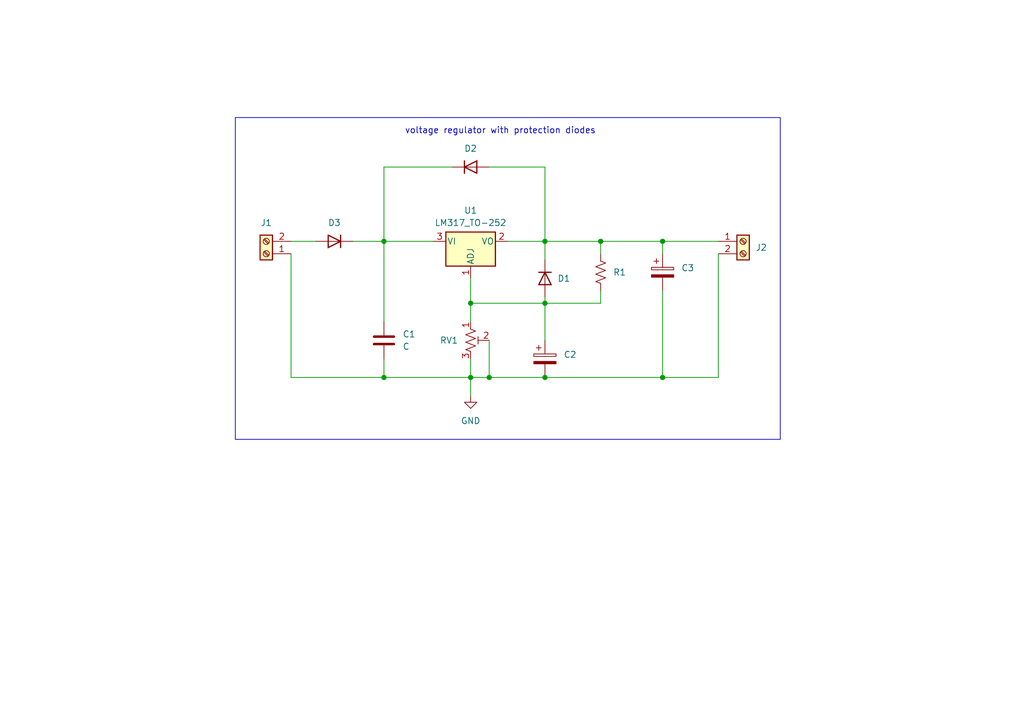
<source format=kicad_sch>
(kicad_sch
	(version 20250114)
	(generator "eeschema")
	(generator_version "9.0")
	(uuid "b1fedf31-7501-4ebb-9029-bc41d3240d5a")
	(paper "A5")
	(title_block
		(title "LM317 Regulator ")
		(date "2026-01-04")
		(rev "V1")
		(company "Santiago Baeza")
	)
	(lib_symbols
		(symbol "Connector:Screw_Terminal_01x02"
			(pin_names
				(offset 1.016)
				(hide yes)
			)
			(exclude_from_sim no)
			(in_bom yes)
			(on_board yes)
			(property "Reference" "J"
				(at 0 2.54 0)
				(effects
					(font
						(size 1.27 1.27)
					)
				)
			)
			(property "Value" "Screw_Terminal_01x02"
				(at 0 -5.08 0)
				(effects
					(font
						(size 1.27 1.27)
					)
				)
			)
			(property "Footprint" ""
				(at 0 0 0)
				(effects
					(font
						(size 1.27 1.27)
					)
					(hide yes)
				)
			)
			(property "Datasheet" "~"
				(at 0 0 0)
				(effects
					(font
						(size 1.27 1.27)
					)
					(hide yes)
				)
			)
			(property "Description" "Generic screw terminal, single row, 01x02, script generated (kicad-library-utils/schlib/autogen/connector/)"
				(at 0 0 0)
				(effects
					(font
						(size 1.27 1.27)
					)
					(hide yes)
				)
			)
			(property "ki_keywords" "screw terminal"
				(at 0 0 0)
				(effects
					(font
						(size 1.27 1.27)
					)
					(hide yes)
				)
			)
			(property "ki_fp_filters" "TerminalBlock*:*"
				(at 0 0 0)
				(effects
					(font
						(size 1.27 1.27)
					)
					(hide yes)
				)
			)
			(symbol "Screw_Terminal_01x02_1_1"
				(rectangle
					(start -1.27 1.27)
					(end 1.27 -3.81)
					(stroke
						(width 0.254)
						(type default)
					)
					(fill
						(type background)
					)
				)
				(polyline
					(pts
						(xy -0.5334 0.3302) (xy 0.3302 -0.508)
					)
					(stroke
						(width 0.1524)
						(type default)
					)
					(fill
						(type none)
					)
				)
				(polyline
					(pts
						(xy -0.5334 -2.2098) (xy 0.3302 -3.048)
					)
					(stroke
						(width 0.1524)
						(type default)
					)
					(fill
						(type none)
					)
				)
				(polyline
					(pts
						(xy -0.3556 0.508) (xy 0.508 -0.3302)
					)
					(stroke
						(width 0.1524)
						(type default)
					)
					(fill
						(type none)
					)
				)
				(polyline
					(pts
						(xy -0.3556 -2.032) (xy 0.508 -2.8702)
					)
					(stroke
						(width 0.1524)
						(type default)
					)
					(fill
						(type none)
					)
				)
				(circle
					(center 0 0)
					(radius 0.635)
					(stroke
						(width 0.1524)
						(type default)
					)
					(fill
						(type none)
					)
				)
				(circle
					(center 0 -2.54)
					(radius 0.635)
					(stroke
						(width 0.1524)
						(type default)
					)
					(fill
						(type none)
					)
				)
				(pin passive line
					(at -5.08 0 0)
					(length 3.81)
					(name "Pin_1"
						(effects
							(font
								(size 1.27 1.27)
							)
						)
					)
					(number "1"
						(effects
							(font
								(size 1.27 1.27)
							)
						)
					)
				)
				(pin passive line
					(at -5.08 -2.54 0)
					(length 3.81)
					(name "Pin_2"
						(effects
							(font
								(size 1.27 1.27)
							)
						)
					)
					(number "2"
						(effects
							(font
								(size 1.27 1.27)
							)
						)
					)
				)
			)
			(embedded_fonts no)
		)
		(symbol "Device:C"
			(pin_numbers
				(hide yes)
			)
			(pin_names
				(offset 0.254)
			)
			(exclude_from_sim no)
			(in_bom yes)
			(on_board yes)
			(property "Reference" "C"
				(at 0.635 2.54 0)
				(effects
					(font
						(size 1.27 1.27)
					)
					(justify left)
				)
			)
			(property "Value" "C"
				(at 0.635 -2.54 0)
				(effects
					(font
						(size 1.27 1.27)
					)
					(justify left)
				)
			)
			(property "Footprint" ""
				(at 0.9652 -3.81 0)
				(effects
					(font
						(size 1.27 1.27)
					)
					(hide yes)
				)
			)
			(property "Datasheet" "~"
				(at 0 0 0)
				(effects
					(font
						(size 1.27 1.27)
					)
					(hide yes)
				)
			)
			(property "Description" "Unpolarized capacitor"
				(at 0 0 0)
				(effects
					(font
						(size 1.27 1.27)
					)
					(hide yes)
				)
			)
			(property "ki_keywords" "cap capacitor"
				(at 0 0 0)
				(effects
					(font
						(size 1.27 1.27)
					)
					(hide yes)
				)
			)
			(property "ki_fp_filters" "C_*"
				(at 0 0 0)
				(effects
					(font
						(size 1.27 1.27)
					)
					(hide yes)
				)
			)
			(symbol "C_0_1"
				(polyline
					(pts
						(xy -2.032 0.762) (xy 2.032 0.762)
					)
					(stroke
						(width 0.508)
						(type default)
					)
					(fill
						(type none)
					)
				)
				(polyline
					(pts
						(xy -2.032 -0.762) (xy 2.032 -0.762)
					)
					(stroke
						(width 0.508)
						(type default)
					)
					(fill
						(type none)
					)
				)
			)
			(symbol "C_1_1"
				(pin passive line
					(at 0 3.81 270)
					(length 2.794)
					(name "~"
						(effects
							(font
								(size 1.27 1.27)
							)
						)
					)
					(number "1"
						(effects
							(font
								(size 1.27 1.27)
							)
						)
					)
				)
				(pin passive line
					(at 0 -3.81 90)
					(length 2.794)
					(name "~"
						(effects
							(font
								(size 1.27 1.27)
							)
						)
					)
					(number "2"
						(effects
							(font
								(size 1.27 1.27)
							)
						)
					)
				)
			)
			(embedded_fonts no)
		)
		(symbol "Device:C_Polarized"
			(pin_numbers
				(hide yes)
			)
			(pin_names
				(offset 0.254)
			)
			(exclude_from_sim no)
			(in_bom yes)
			(on_board yes)
			(property "Reference" "C"
				(at 0.635 2.54 0)
				(effects
					(font
						(size 1.27 1.27)
					)
					(justify left)
				)
			)
			(property "Value" "C_Polarized"
				(at 0.635 -2.54 0)
				(effects
					(font
						(size 1.27 1.27)
					)
					(justify left)
				)
			)
			(property "Footprint" ""
				(at 0.9652 -3.81 0)
				(effects
					(font
						(size 1.27 1.27)
					)
					(hide yes)
				)
			)
			(property "Datasheet" "~"
				(at 0 0 0)
				(effects
					(font
						(size 1.27 1.27)
					)
					(hide yes)
				)
			)
			(property "Description" "Polarized capacitor"
				(at 0 0 0)
				(effects
					(font
						(size 1.27 1.27)
					)
					(hide yes)
				)
			)
			(property "ki_keywords" "cap capacitor"
				(at 0 0 0)
				(effects
					(font
						(size 1.27 1.27)
					)
					(hide yes)
				)
			)
			(property "ki_fp_filters" "CP_*"
				(at 0 0 0)
				(effects
					(font
						(size 1.27 1.27)
					)
					(hide yes)
				)
			)
			(symbol "C_Polarized_0_1"
				(rectangle
					(start -2.286 0.508)
					(end 2.286 1.016)
					(stroke
						(width 0)
						(type default)
					)
					(fill
						(type none)
					)
				)
				(polyline
					(pts
						(xy -1.778 2.286) (xy -0.762 2.286)
					)
					(stroke
						(width 0)
						(type default)
					)
					(fill
						(type none)
					)
				)
				(polyline
					(pts
						(xy -1.27 2.794) (xy -1.27 1.778)
					)
					(stroke
						(width 0)
						(type default)
					)
					(fill
						(type none)
					)
				)
				(rectangle
					(start 2.286 -0.508)
					(end -2.286 -1.016)
					(stroke
						(width 0)
						(type default)
					)
					(fill
						(type outline)
					)
				)
			)
			(symbol "C_Polarized_1_1"
				(pin passive line
					(at 0 3.81 270)
					(length 2.794)
					(name "~"
						(effects
							(font
								(size 1.27 1.27)
							)
						)
					)
					(number "1"
						(effects
							(font
								(size 1.27 1.27)
							)
						)
					)
				)
				(pin passive line
					(at 0 -3.81 90)
					(length 2.794)
					(name "~"
						(effects
							(font
								(size 1.27 1.27)
							)
						)
					)
					(number "2"
						(effects
							(font
								(size 1.27 1.27)
							)
						)
					)
				)
			)
			(embedded_fonts no)
		)
		(symbol "Device:D"
			(pin_numbers
				(hide yes)
			)
			(pin_names
				(offset 1.016)
				(hide yes)
			)
			(exclude_from_sim no)
			(in_bom yes)
			(on_board yes)
			(property "Reference" "D"
				(at 0 2.54 0)
				(effects
					(font
						(size 1.27 1.27)
					)
				)
			)
			(property "Value" "D"
				(at 0 -2.54 0)
				(effects
					(font
						(size 1.27 1.27)
					)
				)
			)
			(property "Footprint" ""
				(at 0 0 0)
				(effects
					(font
						(size 1.27 1.27)
					)
					(hide yes)
				)
			)
			(property "Datasheet" "~"
				(at 0 0 0)
				(effects
					(font
						(size 1.27 1.27)
					)
					(hide yes)
				)
			)
			(property "Description" "Diode"
				(at 0 0 0)
				(effects
					(font
						(size 1.27 1.27)
					)
					(hide yes)
				)
			)
			(property "Sim.Device" "D"
				(at 0 0 0)
				(effects
					(font
						(size 1.27 1.27)
					)
					(hide yes)
				)
			)
			(property "Sim.Pins" "1=K 2=A"
				(at 0 0 0)
				(effects
					(font
						(size 1.27 1.27)
					)
					(hide yes)
				)
			)
			(property "ki_keywords" "diode"
				(at 0 0 0)
				(effects
					(font
						(size 1.27 1.27)
					)
					(hide yes)
				)
			)
			(property "ki_fp_filters" "TO-???* *_Diode_* *SingleDiode* D_*"
				(at 0 0 0)
				(effects
					(font
						(size 1.27 1.27)
					)
					(hide yes)
				)
			)
			(symbol "D_0_1"
				(polyline
					(pts
						(xy -1.27 1.27) (xy -1.27 -1.27)
					)
					(stroke
						(width 0.254)
						(type default)
					)
					(fill
						(type none)
					)
				)
				(polyline
					(pts
						(xy 1.27 1.27) (xy 1.27 -1.27) (xy -1.27 0) (xy 1.27 1.27)
					)
					(stroke
						(width 0.254)
						(type default)
					)
					(fill
						(type none)
					)
				)
				(polyline
					(pts
						(xy 1.27 0) (xy -1.27 0)
					)
					(stroke
						(width 0)
						(type default)
					)
					(fill
						(type none)
					)
				)
			)
			(symbol "D_1_1"
				(pin passive line
					(at -3.81 0 0)
					(length 2.54)
					(name "K"
						(effects
							(font
								(size 1.27 1.27)
							)
						)
					)
					(number "1"
						(effects
							(font
								(size 1.27 1.27)
							)
						)
					)
				)
				(pin passive line
					(at 3.81 0 180)
					(length 2.54)
					(name "A"
						(effects
							(font
								(size 1.27 1.27)
							)
						)
					)
					(number "2"
						(effects
							(font
								(size 1.27 1.27)
							)
						)
					)
				)
			)
			(embedded_fonts no)
		)
		(symbol "Device:R_Potentiometer_Trim_US"
			(pin_names
				(offset 1.016)
				(hide yes)
			)
			(exclude_from_sim no)
			(in_bom yes)
			(on_board yes)
			(property "Reference" "RV"
				(at -4.445 0 90)
				(effects
					(font
						(size 1.27 1.27)
					)
				)
			)
			(property "Value" "R_Potentiometer_Trim_US"
				(at -2.54 0 90)
				(effects
					(font
						(size 1.27 1.27)
					)
				)
			)
			(property "Footprint" ""
				(at 0 0 0)
				(effects
					(font
						(size 1.27 1.27)
					)
					(hide yes)
				)
			)
			(property "Datasheet" "~"
				(at 0 0 0)
				(effects
					(font
						(size 1.27 1.27)
					)
					(hide yes)
				)
			)
			(property "Description" "Trim-potentiometer, US symbol"
				(at 0 0 0)
				(effects
					(font
						(size 1.27 1.27)
					)
					(hide yes)
				)
			)
			(property "ki_keywords" "resistor variable trimpot trimmer"
				(at 0 0 0)
				(effects
					(font
						(size 1.27 1.27)
					)
					(hide yes)
				)
			)
			(property "ki_fp_filters" "Potentiometer*"
				(at 0 0 0)
				(effects
					(font
						(size 1.27 1.27)
					)
					(hide yes)
				)
			)
			(symbol "R_Potentiometer_Trim_US_0_1"
				(polyline
					(pts
						(xy 0 2.286) (xy 0 2.54)
					)
					(stroke
						(width 0)
						(type default)
					)
					(fill
						(type none)
					)
				)
				(polyline
					(pts
						(xy 0 2.286) (xy 1.016 1.905) (xy 0 1.524) (xy -1.016 1.143) (xy 0 0.762)
					)
					(stroke
						(width 0)
						(type default)
					)
					(fill
						(type none)
					)
				)
				(polyline
					(pts
						(xy 0 0.762) (xy 1.016 0.381) (xy 0 0) (xy -1.016 -0.381) (xy 0 -0.762)
					)
					(stroke
						(width 0)
						(type default)
					)
					(fill
						(type none)
					)
				)
				(polyline
					(pts
						(xy 0 -0.762) (xy 1.016 -1.143) (xy 0 -1.524) (xy -1.016 -1.905) (xy 0 -2.286)
					)
					(stroke
						(width 0)
						(type default)
					)
					(fill
						(type none)
					)
				)
				(polyline
					(pts
						(xy 0 -2.286) (xy 0 -2.54)
					)
					(stroke
						(width 0)
						(type default)
					)
					(fill
						(type none)
					)
				)
				(polyline
					(pts
						(xy 1.524 0.762) (xy 1.524 -0.762)
					)
					(stroke
						(width 0)
						(type default)
					)
					(fill
						(type none)
					)
				)
				(polyline
					(pts
						(xy 2.54 0) (xy 1.524 0)
					)
					(stroke
						(width 0)
						(type default)
					)
					(fill
						(type none)
					)
				)
			)
			(symbol "R_Potentiometer_Trim_US_1_1"
				(pin passive line
					(at 0 3.81 270)
					(length 1.27)
					(name "1"
						(effects
							(font
								(size 1.27 1.27)
							)
						)
					)
					(number "1"
						(effects
							(font
								(size 1.27 1.27)
							)
						)
					)
				)
				(pin passive line
					(at 0 -3.81 90)
					(length 1.27)
					(name "3"
						(effects
							(font
								(size 1.27 1.27)
							)
						)
					)
					(number "3"
						(effects
							(font
								(size 1.27 1.27)
							)
						)
					)
				)
				(pin passive line
					(at 3.81 0 180)
					(length 1.27)
					(name "2"
						(effects
							(font
								(size 1.27 1.27)
							)
						)
					)
					(number "2"
						(effects
							(font
								(size 1.27 1.27)
							)
						)
					)
				)
			)
			(embedded_fonts no)
		)
		(symbol "Device:R_US"
			(pin_numbers
				(hide yes)
			)
			(pin_names
				(offset 0)
			)
			(exclude_from_sim no)
			(in_bom yes)
			(on_board yes)
			(property "Reference" "R"
				(at 2.54 0 90)
				(effects
					(font
						(size 1.27 1.27)
					)
				)
			)
			(property "Value" "R_US"
				(at -2.54 0 90)
				(effects
					(font
						(size 1.27 1.27)
					)
				)
			)
			(property "Footprint" ""
				(at 1.016 -0.254 90)
				(effects
					(font
						(size 1.27 1.27)
					)
					(hide yes)
				)
			)
			(property "Datasheet" "~"
				(at 0 0 0)
				(effects
					(font
						(size 1.27 1.27)
					)
					(hide yes)
				)
			)
			(property "Description" "Resistor, US symbol"
				(at 0 0 0)
				(effects
					(font
						(size 1.27 1.27)
					)
					(hide yes)
				)
			)
			(property "ki_keywords" "R res resistor"
				(at 0 0 0)
				(effects
					(font
						(size 1.27 1.27)
					)
					(hide yes)
				)
			)
			(property "ki_fp_filters" "R_*"
				(at 0 0 0)
				(effects
					(font
						(size 1.27 1.27)
					)
					(hide yes)
				)
			)
			(symbol "R_US_0_1"
				(polyline
					(pts
						(xy 0 2.286) (xy 0 2.54)
					)
					(stroke
						(width 0)
						(type default)
					)
					(fill
						(type none)
					)
				)
				(polyline
					(pts
						(xy 0 2.286) (xy 1.016 1.905) (xy 0 1.524) (xy -1.016 1.143) (xy 0 0.762)
					)
					(stroke
						(width 0)
						(type default)
					)
					(fill
						(type none)
					)
				)
				(polyline
					(pts
						(xy 0 0.762) (xy 1.016 0.381) (xy 0 0) (xy -1.016 -0.381) (xy 0 -0.762)
					)
					(stroke
						(width 0)
						(type default)
					)
					(fill
						(type none)
					)
				)
				(polyline
					(pts
						(xy 0 -0.762) (xy 1.016 -1.143) (xy 0 -1.524) (xy -1.016 -1.905) (xy 0 -2.286)
					)
					(stroke
						(width 0)
						(type default)
					)
					(fill
						(type none)
					)
				)
				(polyline
					(pts
						(xy 0 -2.286) (xy 0 -2.54)
					)
					(stroke
						(width 0)
						(type default)
					)
					(fill
						(type none)
					)
				)
			)
			(symbol "R_US_1_1"
				(pin passive line
					(at 0 3.81 270)
					(length 1.27)
					(name "~"
						(effects
							(font
								(size 1.27 1.27)
							)
						)
					)
					(number "1"
						(effects
							(font
								(size 1.27 1.27)
							)
						)
					)
				)
				(pin passive line
					(at 0 -3.81 90)
					(length 1.27)
					(name "~"
						(effects
							(font
								(size 1.27 1.27)
							)
						)
					)
					(number "2"
						(effects
							(font
								(size 1.27 1.27)
							)
						)
					)
				)
			)
			(embedded_fonts no)
		)
		(symbol "Regulator_Linear:LM317_TO-252"
			(pin_names
				(offset 0.254)
			)
			(exclude_from_sim no)
			(in_bom yes)
			(on_board yes)
			(property "Reference" "U"
				(at -3.81 3.175 0)
				(effects
					(font
						(size 1.27 1.27)
					)
				)
			)
			(property "Value" "LM317_TO-252"
				(at 0 3.175 0)
				(effects
					(font
						(size 1.27 1.27)
					)
					(justify left)
				)
			)
			(property "Footprint" "Package_TO_SOT_SMD:TO-252-2"
				(at 0 6.35 0)
				(effects
					(font
						(size 1.27 1.27)
						(italic yes)
					)
					(hide yes)
				)
			)
			(property "Datasheet" "http://www.ti.com/lit/ds/snvs774n/snvs774n.pdf"
				(at 0 0 0)
				(effects
					(font
						(size 1.27 1.27)
					)
					(hide yes)
				)
			)
			(property "Description" "1.5A 35V Adjustable Linear Regulator, TO-252"
				(at 0 0 0)
				(effects
					(font
						(size 1.27 1.27)
					)
					(hide yes)
				)
			)
			(property "ki_keywords" "Adjustable Voltage Regulator 1A Positive"
				(at 0 0 0)
				(effects
					(font
						(size 1.27 1.27)
					)
					(hide yes)
				)
			)
			(property "ki_fp_filters" "TO?252*"
				(at 0 0 0)
				(effects
					(font
						(size 1.27 1.27)
					)
					(hide yes)
				)
			)
			(symbol "LM317_TO-252_0_1"
				(rectangle
					(start -5.08 1.905)
					(end 5.08 -5.08)
					(stroke
						(width 0.254)
						(type default)
					)
					(fill
						(type background)
					)
				)
			)
			(symbol "LM317_TO-252_1_1"
				(pin power_in line
					(at -7.62 0 0)
					(length 2.54)
					(name "VI"
						(effects
							(font
								(size 1.27 1.27)
							)
						)
					)
					(number "3"
						(effects
							(font
								(size 1.27 1.27)
							)
						)
					)
				)
				(pin input line
					(at 0 -7.62 90)
					(length 2.54)
					(name "ADJ"
						(effects
							(font
								(size 1.27 1.27)
							)
						)
					)
					(number "1"
						(effects
							(font
								(size 1.27 1.27)
							)
						)
					)
				)
				(pin power_out line
					(at 7.62 0 180)
					(length 2.54)
					(name "VO"
						(effects
							(font
								(size 1.27 1.27)
							)
						)
					)
					(number "2"
						(effects
							(font
								(size 1.27 1.27)
							)
						)
					)
				)
			)
			(embedded_fonts no)
		)
		(symbol "power:GND"
			(power)
			(pin_numbers
				(hide yes)
			)
			(pin_names
				(offset 0)
				(hide yes)
			)
			(exclude_from_sim no)
			(in_bom yes)
			(on_board yes)
			(property "Reference" "#PWR"
				(at 0 -6.35 0)
				(effects
					(font
						(size 1.27 1.27)
					)
					(hide yes)
				)
			)
			(property "Value" "GND"
				(at 0 -3.81 0)
				(effects
					(font
						(size 1.27 1.27)
					)
				)
			)
			(property "Footprint" ""
				(at 0 0 0)
				(effects
					(font
						(size 1.27 1.27)
					)
					(hide yes)
				)
			)
			(property "Datasheet" ""
				(at 0 0 0)
				(effects
					(font
						(size 1.27 1.27)
					)
					(hide yes)
				)
			)
			(property "Description" "Power symbol creates a global label with name \"GND\" , ground"
				(at 0 0 0)
				(effects
					(font
						(size 1.27 1.27)
					)
					(hide yes)
				)
			)
			(property "ki_keywords" "global power"
				(at 0 0 0)
				(effects
					(font
						(size 1.27 1.27)
					)
					(hide yes)
				)
			)
			(symbol "GND_0_1"
				(polyline
					(pts
						(xy 0 0) (xy 0 -1.27) (xy 1.27 -1.27) (xy 0 -2.54) (xy -1.27 -1.27) (xy 0 -1.27)
					)
					(stroke
						(width 0)
						(type default)
					)
					(fill
						(type none)
					)
				)
			)
			(symbol "GND_1_1"
				(pin power_in line
					(at 0 0 270)
					(length 0)
					(name "~"
						(effects
							(font
								(size 1.27 1.27)
							)
						)
					)
					(number "1"
						(effects
							(font
								(size 1.27 1.27)
							)
						)
					)
				)
			)
			(embedded_fonts no)
		)
	)
	(rectangle
		(start 48.26 24.13)
		(end 160.02 90.17)
		(stroke
			(width 0)
			(type default)
		)
		(fill
			(type none)
		)
		(uuid e0de21da-1b60-4976-8d94-c330848af62b)
	)
	(text "voltage regulator with protection diodes"
		(exclude_from_sim no)
		(at 102.616 26.924 0)
		(effects
			(font
				(size 1.27 1.27)
			)
		)
		(uuid "58d4cdc1-01d8-4580-81f3-8226f1d69a21")
	)
	(junction
		(at 96.52 77.47)
		(diameter 0)
		(color 0 0 0 0)
		(uuid "2c596fc0-27b0-48ae-858e-d31513a0b1d4")
	)
	(junction
		(at 123.19 49.53)
		(diameter 0)
		(color 0 0 0 0)
		(uuid "3ecfd0e2-664c-45c9-91e0-bc6a75852653")
	)
	(junction
		(at 78.74 49.53)
		(diameter 0)
		(color 0 0 0 0)
		(uuid "70731726-d8be-424d-a3f4-8d12c1ff35ca")
	)
	(junction
		(at 111.76 49.53)
		(diameter 0)
		(color 0 0 0 0)
		(uuid "7397d2bf-3ebc-4af4-8a63-6cf6028792dc")
	)
	(junction
		(at 111.76 77.47)
		(diameter 0)
		(color 0 0 0 0)
		(uuid "765d6ad0-b3d2-497a-a43f-5f62182b04aa")
	)
	(junction
		(at 135.89 49.53)
		(diameter 0)
		(color 0 0 0 0)
		(uuid "82fd9ed7-611e-49e0-bab7-3c1e99b15d08")
	)
	(junction
		(at 96.52 62.23)
		(diameter 0)
		(color 0 0 0 0)
		(uuid "8cebc314-2e36-4a34-9887-b6f7f5a892d9")
	)
	(junction
		(at 135.89 77.47)
		(diameter 0)
		(color 0 0 0 0)
		(uuid "901fb888-3ada-4b94-b538-4fb4ddb7ea91")
	)
	(junction
		(at 100.33 77.47)
		(diameter 0)
		(color 0 0 0 0)
		(uuid "9acd4cba-d897-42c7-af3c-d5dbd571066c")
	)
	(junction
		(at 111.76 62.23)
		(diameter 0)
		(color 0 0 0 0)
		(uuid "afe1db93-f8b7-47d6-b138-e691d140be41")
	)
	(junction
		(at 78.74 77.47)
		(diameter 0)
		(color 0 0 0 0)
		(uuid "d806c894-69ad-470d-933c-038175063ff9")
	)
	(wire
		(pts
			(xy 111.76 62.23) (xy 111.76 69.85)
		)
		(stroke
			(width 0)
			(type default)
		)
		(uuid "15b1d802-7cfd-4d63-be4f-0b34875f1fcf")
	)
	(wire
		(pts
			(xy 96.52 73.66) (xy 96.52 77.47)
		)
		(stroke
			(width 0)
			(type default)
		)
		(uuid "1bb0eecb-065a-4a6d-9f16-c8477d3e8d0c")
	)
	(wire
		(pts
			(xy 135.89 49.53) (xy 147.32 49.53)
		)
		(stroke
			(width 0)
			(type default)
		)
		(uuid "255a9cd8-f345-4078-bf55-4dc56aee53af")
	)
	(wire
		(pts
			(xy 100.33 69.85) (xy 100.33 77.47)
		)
		(stroke
			(width 0)
			(type default)
		)
		(uuid "2b807286-9cc2-4795-a9dd-3268a6043b49")
	)
	(wire
		(pts
			(xy 111.76 62.23) (xy 96.52 62.23)
		)
		(stroke
			(width 0)
			(type default)
		)
		(uuid "2daf848d-078c-4a08-9c76-8d76cf08f351")
	)
	(wire
		(pts
			(xy 123.19 49.53) (xy 111.76 49.53)
		)
		(stroke
			(width 0)
			(type default)
		)
		(uuid "32c27703-5e5e-4c1a-b285-f85a426e8351")
	)
	(wire
		(pts
			(xy 123.19 59.69) (xy 123.19 62.23)
		)
		(stroke
			(width 0)
			(type default)
		)
		(uuid "3b976f6f-1ff6-46e7-844e-bad9a3273f9b")
	)
	(wire
		(pts
			(xy 135.89 59.69) (xy 135.89 77.47)
		)
		(stroke
			(width 0)
			(type default)
		)
		(uuid "3c3059b7-60b0-4117-a222-0d84864ae87e")
	)
	(wire
		(pts
			(xy 59.69 52.07) (xy 59.69 77.47)
		)
		(stroke
			(width 0)
			(type default)
		)
		(uuid "4369446c-2fc4-4546-ad70-fd7bed45dac2")
	)
	(wire
		(pts
			(xy 111.76 49.53) (xy 111.76 34.29)
		)
		(stroke
			(width 0)
			(type default)
		)
		(uuid "49785f48-b6e6-4fdd-9f9a-db9846d0b815")
	)
	(wire
		(pts
			(xy 96.52 57.15) (xy 96.52 62.23)
		)
		(stroke
			(width 0)
			(type default)
		)
		(uuid "4c040bd8-b271-4400-9989-7726a738ca2a")
	)
	(wire
		(pts
			(xy 100.33 77.47) (xy 96.52 77.47)
		)
		(stroke
			(width 0)
			(type default)
		)
		(uuid "4df2538b-ab0c-4ae4-ae3d-7326a8f33f2b")
	)
	(wire
		(pts
			(xy 100.33 77.47) (xy 111.76 77.47)
		)
		(stroke
			(width 0)
			(type default)
		)
		(uuid "50ab402d-8ec4-4fcb-a734-bc26f363a21d")
	)
	(wire
		(pts
			(xy 78.74 49.53) (xy 88.9 49.53)
		)
		(stroke
			(width 0)
			(type default)
		)
		(uuid "5fc36c79-a820-4ccc-ae9d-b3ac8b069aa4")
	)
	(wire
		(pts
			(xy 78.74 77.47) (xy 96.52 77.47)
		)
		(stroke
			(width 0)
			(type default)
		)
		(uuid "5fc4b73c-179b-43d3-977c-47f2a0cc7495")
	)
	(wire
		(pts
			(xy 104.14 49.53) (xy 111.76 49.53)
		)
		(stroke
			(width 0)
			(type default)
		)
		(uuid "67ddce6c-11c5-4eeb-a95b-0a3e02163a71")
	)
	(wire
		(pts
			(xy 123.19 52.07) (xy 123.19 49.53)
		)
		(stroke
			(width 0)
			(type default)
		)
		(uuid "6f18cefe-03ef-4ad9-a8f3-ac0f229752ba")
	)
	(wire
		(pts
			(xy 147.32 77.47) (xy 135.89 77.47)
		)
		(stroke
			(width 0)
			(type default)
		)
		(uuid "782f2d32-c51f-4f15-8dd3-2476490de849")
	)
	(wire
		(pts
			(xy 123.19 62.23) (xy 111.76 62.23)
		)
		(stroke
			(width 0)
			(type default)
		)
		(uuid "7acae50a-111b-4a92-b6a0-6741ebef09ac")
	)
	(wire
		(pts
			(xy 59.69 77.47) (xy 78.74 77.47)
		)
		(stroke
			(width 0)
			(type default)
		)
		(uuid "868c9e92-4e79-4285-a6dd-e369d5532119")
	)
	(wire
		(pts
			(xy 92.71 34.29) (xy 78.74 34.29)
		)
		(stroke
			(width 0)
			(type default)
		)
		(uuid "9835769f-58d5-469b-84ad-d4ef2b156cbf")
	)
	(wire
		(pts
			(xy 147.32 52.07) (xy 147.32 77.47)
		)
		(stroke
			(width 0)
			(type default)
		)
		(uuid "a3164c6b-e50e-4ec6-aa14-2043adba8cc9")
	)
	(wire
		(pts
			(xy 135.89 52.07) (xy 135.89 49.53)
		)
		(stroke
			(width 0)
			(type default)
		)
		(uuid "a6a2eb72-1630-4864-90b9-b2f6d6a80089")
	)
	(wire
		(pts
			(xy 72.39 49.53) (xy 78.74 49.53)
		)
		(stroke
			(width 0)
			(type default)
		)
		(uuid "aa12c57f-42af-494e-94a2-27a6cfceebc4")
	)
	(wire
		(pts
			(xy 78.74 49.53) (xy 78.74 66.04)
		)
		(stroke
			(width 0)
			(type default)
		)
		(uuid "b2cbef3d-13af-422d-815d-d1107c391516")
	)
	(wire
		(pts
			(xy 59.69 49.53) (xy 64.77 49.53)
		)
		(stroke
			(width 0)
			(type default)
		)
		(uuid "bb78c6e1-9123-4cb5-9191-36e4fc87c24c")
	)
	(wire
		(pts
			(xy 135.89 77.47) (xy 111.76 77.47)
		)
		(stroke
			(width 0)
			(type default)
		)
		(uuid "bcc54481-7d28-4934-9ef7-09048dc584d3")
	)
	(wire
		(pts
			(xy 111.76 34.29) (xy 100.33 34.29)
		)
		(stroke
			(width 0)
			(type default)
		)
		(uuid "be53a4da-0c41-4afa-8d6c-5c6522f1d37e")
	)
	(wire
		(pts
			(xy 78.74 73.66) (xy 78.74 77.47)
		)
		(stroke
			(width 0)
			(type default)
		)
		(uuid "c35ebc78-de49-40c1-b46a-e7fce4c59790")
	)
	(wire
		(pts
			(xy 111.76 60.96) (xy 111.76 62.23)
		)
		(stroke
			(width 0)
			(type default)
		)
		(uuid "cbe2ccb2-3bf8-4843-bcdf-3adfd0b7a2d3")
	)
	(wire
		(pts
			(xy 111.76 49.53) (xy 111.76 53.34)
		)
		(stroke
			(width 0)
			(type default)
		)
		(uuid "cf387da3-d542-4f60-8ac5-e074f452d920")
	)
	(wire
		(pts
			(xy 96.52 62.23) (xy 96.52 66.04)
		)
		(stroke
			(width 0)
			(type default)
		)
		(uuid "d0b6fc0a-161c-484b-85f5-7163ac91fb7d")
	)
	(wire
		(pts
			(xy 78.74 34.29) (xy 78.74 49.53)
		)
		(stroke
			(width 0)
			(type default)
		)
		(uuid "e5c2b1ff-9ba8-49ff-9b35-70fa15dfbf04")
	)
	(wire
		(pts
			(xy 135.89 49.53) (xy 123.19 49.53)
		)
		(stroke
			(width 0)
			(type default)
		)
		(uuid "fc7b93fb-c457-4a86-90c6-2250e44459ac")
	)
	(wire
		(pts
			(xy 96.52 77.47) (xy 96.52 81.28)
		)
		(stroke
			(width 0)
			(type default)
		)
		(uuid "fcd93337-50d3-4553-a527-aae7e60cc195")
	)
	(symbol
		(lib_id "Device:D")
		(at 111.76 57.15 270)
		(unit 1)
		(exclude_from_sim no)
		(in_bom yes)
		(on_board yes)
		(dnp no)
		(fields_autoplaced yes)
		(uuid "2a0cbe5a-2817-4c2c-a4cd-6a632ce9e87f")
		(property "Reference" "D1"
			(at 114.3 57.1499 90)
			(effects
				(font
					(size 1.27 1.27)
				)
				(justify left)
			)
		)
		(property "Value" "D"
			(at 114.3 58.4199 90)
			(effects
				(font
					(size 1.27 1.27)
				)
				(justify left)
				(hide yes)
			)
		)
		(property "Footprint" ""
			(at 111.76 57.15 0)
			(effects
				(font
					(size 1.27 1.27)
				)
				(hide yes)
			)
		)
		(property "Datasheet" "~"
			(at 111.76 57.15 0)
			(effects
				(font
					(size 1.27 1.27)
				)
				(hide yes)
			)
		)
		(property "Description" "Diode"
			(at 111.76 57.15 0)
			(effects
				(font
					(size 1.27 1.27)
				)
				(hide yes)
			)
		)
		(property "Sim.Device" "D"
			(at 111.76 57.15 0)
			(effects
				(font
					(size 1.27 1.27)
				)
				(hide yes)
			)
		)
		(property "Sim.Pins" "1=K 2=A"
			(at 111.76 57.15 0)
			(effects
				(font
					(size 1.27 1.27)
				)
				(hide yes)
			)
		)
		(pin "1"
			(uuid "87bf2057-f843-43cd-b9e2-863402d4ea54")
		)
		(pin "2"
			(uuid "16271c69-bc12-426d-a5cd-587bd0c6d6e0")
		)
		(instances
			(project ""
				(path "/b1fedf31-7501-4ebb-9029-bc41d3240d5a"
					(reference "D1")
					(unit 1)
				)
			)
		)
	)
	(symbol
		(lib_id "Device:D")
		(at 68.58 49.53 180)
		(unit 1)
		(exclude_from_sim no)
		(in_bom yes)
		(on_board yes)
		(dnp no)
		(fields_autoplaced yes)
		(uuid "30300c73-386e-4482-b3ac-81f5151dbce1")
		(property "Reference" "D3"
			(at 68.58 45.72 0)
			(effects
				(font
					(size 1.27 1.27)
				)
			)
		)
		(property "Value" "D"
			(at 68.58 45.72 0)
			(effects
				(font
					(size 1.27 1.27)
				)
				(hide yes)
			)
		)
		(property "Footprint" ""
			(at 68.58 49.53 0)
			(effects
				(font
					(size 1.27 1.27)
				)
				(hide yes)
			)
		)
		(property "Datasheet" "~"
			(at 68.58 49.53 0)
			(effects
				(font
					(size 1.27 1.27)
				)
				(hide yes)
			)
		)
		(property "Description" "Diode"
			(at 68.58 49.53 0)
			(effects
				(font
					(size 1.27 1.27)
				)
				(hide yes)
			)
		)
		(property "Sim.Device" "D"
			(at 68.58 49.53 0)
			(effects
				(font
					(size 1.27 1.27)
				)
				(hide yes)
			)
		)
		(property "Sim.Pins" "1=K 2=A"
			(at 68.58 49.53 0)
			(effects
				(font
					(size 1.27 1.27)
				)
				(hide yes)
			)
		)
		(pin "1"
			(uuid "da7259e6-3f87-4fdd-8772-19e4018c558a")
		)
		(pin "2"
			(uuid "70c1419a-0480-41c6-a55b-0b06bc2abfe1")
		)
		(instances
			(project "02"
				(path "/b1fedf31-7501-4ebb-9029-bc41d3240d5a"
					(reference "D3")
					(unit 1)
				)
			)
		)
	)
	(symbol
		(lib_id "Device:C_Polarized")
		(at 111.76 73.66 0)
		(unit 1)
		(exclude_from_sim no)
		(in_bom yes)
		(on_board yes)
		(dnp no)
		(fields_autoplaced yes)
		(uuid "37d93ab0-5354-4c1a-aeaf-208852294011")
		(property "Reference" "C2"
			(at 115.57 72.7709 0)
			(effects
				(font
					(size 1.27 1.27)
				)
				(justify left)
			)
		)
		(property "Value" "C_Polarized"
			(at 115.57 74.0409 0)
			(effects
				(font
					(size 1.27 1.27)
				)
				(justify left)
				(hide yes)
			)
		)
		(property "Footprint" ""
			(at 112.7252 77.47 0)
			(effects
				(font
					(size 1.27 1.27)
				)
				(hide yes)
			)
		)
		(property "Datasheet" "~"
			(at 111.76 73.66 0)
			(effects
				(font
					(size 1.27 1.27)
				)
				(hide yes)
			)
		)
		(property "Description" "Polarized capacitor"
			(at 111.76 73.66 0)
			(effects
				(font
					(size 1.27 1.27)
				)
				(hide yes)
			)
		)
		(pin "1"
			(uuid "d5442d1d-b4d9-48df-a3ab-2b4af0719ba1")
		)
		(pin "2"
			(uuid "d40a19e1-c03a-4021-9eaf-bab0ed55dab8")
		)
		(instances
			(project ""
				(path "/b1fedf31-7501-4ebb-9029-bc41d3240d5a"
					(reference "C2")
					(unit 1)
				)
			)
		)
	)
	(symbol
		(lib_id "Device:C")
		(at 78.74 69.85 0)
		(unit 1)
		(exclude_from_sim no)
		(in_bom yes)
		(on_board yes)
		(dnp no)
		(fields_autoplaced yes)
		(uuid "5e487f11-709b-4b47-827a-9d2d9e6213e1")
		(property "Reference" "C1"
			(at 82.55 68.5799 0)
			(effects
				(font
					(size 1.27 1.27)
				)
				(justify left)
			)
		)
		(property "Value" "C"
			(at 82.55 71.1199 0)
			(effects
				(font
					(size 1.27 1.27)
				)
				(justify left)
			)
		)
		(property "Footprint" ""
			(at 79.7052 73.66 0)
			(effects
				(font
					(size 1.27 1.27)
				)
				(hide yes)
			)
		)
		(property "Datasheet" "~"
			(at 78.74 69.85 0)
			(effects
				(font
					(size 1.27 1.27)
				)
				(hide yes)
			)
		)
		(property "Description" "Unpolarized capacitor"
			(at 78.74 69.85 0)
			(effects
				(font
					(size 1.27 1.27)
				)
				(hide yes)
			)
		)
		(pin "1"
			(uuid "cf552277-e0f2-458d-9a6a-d4291252e1e0")
		)
		(pin "2"
			(uuid "f09bc219-1973-43fa-98d4-7315db24f009")
		)
		(instances
			(project ""
				(path "/b1fedf31-7501-4ebb-9029-bc41d3240d5a"
					(reference "C1")
					(unit 1)
				)
			)
		)
	)
	(symbol
		(lib_id "power:GND")
		(at 96.52 81.28 0)
		(unit 1)
		(exclude_from_sim no)
		(in_bom yes)
		(on_board yes)
		(dnp no)
		(fields_autoplaced yes)
		(uuid "626b16a4-bd59-43dc-a717-b699420342d3")
		(property "Reference" "#PWR01"
			(at 96.52 87.63 0)
			(effects
				(font
					(size 1.27 1.27)
				)
				(hide yes)
			)
		)
		(property "Value" "GND"
			(at 96.52 86.36 0)
			(effects
				(font
					(size 1.27 1.27)
				)
			)
		)
		(property "Footprint" ""
			(at 96.52 81.28 0)
			(effects
				(font
					(size 1.27 1.27)
				)
				(hide yes)
			)
		)
		(property "Datasheet" ""
			(at 96.52 81.28 0)
			(effects
				(font
					(size 1.27 1.27)
				)
				(hide yes)
			)
		)
		(property "Description" "Power symbol creates a global label with name \"GND\" , ground"
			(at 96.52 81.28 0)
			(effects
				(font
					(size 1.27 1.27)
				)
				(hide yes)
			)
		)
		(pin "1"
			(uuid "0296682d-8f02-417d-a997-d44ac9bce06d")
		)
		(instances
			(project ""
				(path "/b1fedf31-7501-4ebb-9029-bc41d3240d5a"
					(reference "#PWR01")
					(unit 1)
				)
			)
		)
	)
	(symbol
		(lib_id "Connector:Screw_Terminal_01x02")
		(at 54.61 52.07 180)
		(unit 1)
		(exclude_from_sim no)
		(in_bom yes)
		(on_board yes)
		(dnp no)
		(fields_autoplaced yes)
		(uuid "69025c2b-78cc-418a-ba26-10f0a3c6c5f8")
		(property "Reference" "J1"
			(at 54.61 45.72 0)
			(effects
				(font
					(size 1.27 1.27)
				)
			)
		)
		(property "Value" "Screw_Terminal_01x02"
			(at 54.61 45.72 0)
			(effects
				(font
					(size 1.27 1.27)
				)
				(hide yes)
			)
		)
		(property "Footprint" ""
			(at 54.61 52.07 0)
			(effects
				(font
					(size 1.27 1.27)
				)
				(hide yes)
			)
		)
		(property "Datasheet" "~"
			(at 54.61 52.07 0)
			(effects
				(font
					(size 1.27 1.27)
				)
				(hide yes)
			)
		)
		(property "Description" "Generic screw terminal, single row, 01x02, script generated (kicad-library-utils/schlib/autogen/connector/)"
			(at 54.61 52.07 0)
			(effects
				(font
					(size 1.27 1.27)
				)
				(hide yes)
			)
		)
		(pin "1"
			(uuid "abf1f4e3-dd97-4c44-bfcd-bdd7f9f7d579")
		)
		(pin "2"
			(uuid "800abf36-f0c4-48c3-8be6-1012c4b6598a")
		)
		(instances
			(project ""
				(path "/b1fedf31-7501-4ebb-9029-bc41d3240d5a"
					(reference "J1")
					(unit 1)
				)
			)
		)
	)
	(symbol
		(lib_id "Regulator_Linear:LM317_TO-252")
		(at 96.52 49.53 0)
		(unit 1)
		(exclude_from_sim no)
		(in_bom yes)
		(on_board yes)
		(dnp no)
		(fields_autoplaced yes)
		(uuid "73ca642a-ab30-48e3-ad17-a3ecf8c856d8")
		(property "Reference" "U1"
			(at 96.52 43.18 0)
			(effects
				(font
					(size 1.27 1.27)
				)
			)
		)
		(property "Value" "LM317_TO-252"
			(at 96.52 45.72 0)
			(effects
				(font
					(size 1.27 1.27)
				)
			)
		)
		(property "Footprint" "Package_TO_SOT_SMD:TO-252-2"
			(at 96.52 43.18 0)
			(effects
				(font
					(size 1.27 1.27)
					(italic yes)
				)
				(hide yes)
			)
		)
		(property "Datasheet" "http://www.ti.com/lit/ds/snvs774n/snvs774n.pdf"
			(at 96.52 49.53 0)
			(effects
				(font
					(size 1.27 1.27)
				)
				(hide yes)
			)
		)
		(property "Description" "1.5A 35V Adjustable Linear Regulator, TO-252"
			(at 96.52 49.53 0)
			(effects
				(font
					(size 1.27 1.27)
				)
				(hide yes)
			)
		)
		(pin "3"
			(uuid "a55aebf1-53c7-4d7e-83fa-943f72ce9216")
		)
		(pin "1"
			(uuid "04de89c9-e907-4e56-b62a-d81ea0a1d679")
		)
		(pin "2"
			(uuid "46d57044-0fbc-48dd-b0c6-50164fcb1da9")
		)
		(instances
			(project ""
				(path "/b1fedf31-7501-4ebb-9029-bc41d3240d5a"
					(reference "U1")
					(unit 1)
				)
			)
		)
	)
	(symbol
		(lib_id "Device:R_Potentiometer_Trim_US")
		(at 96.52 69.85 0)
		(unit 1)
		(exclude_from_sim no)
		(in_bom yes)
		(on_board yes)
		(dnp no)
		(fields_autoplaced yes)
		(uuid "763c11a5-a37e-412e-8e06-94d33ee57045")
		(property "Reference" "RV1"
			(at 93.98 69.8499 0)
			(effects
				(font
					(size 1.27 1.27)
				)
				(justify right)
			)
		)
		(property "Value" "R_Potentiometer_Trim_US"
			(at 93.98 71.1199 0)
			(effects
				(font
					(size 1.27 1.27)
				)
				(justify right)
				(hide yes)
			)
		)
		(property "Footprint" ""
			(at 96.52 69.85 0)
			(effects
				(font
					(size 1.27 1.27)
				)
				(hide yes)
			)
		)
		(property "Datasheet" "~"
			(at 96.52 69.85 0)
			(effects
				(font
					(size 1.27 1.27)
				)
				(hide yes)
			)
		)
		(property "Description" "Trim-potentiometer, US symbol"
			(at 96.52 69.85 0)
			(effects
				(font
					(size 1.27 1.27)
				)
				(hide yes)
			)
		)
		(pin "3"
			(uuid "bbc0504b-4439-4346-8878-36f3c8ffd794")
		)
		(pin "1"
			(uuid "b1fb19c6-f094-4b42-9ce1-457324aca573")
		)
		(pin "2"
			(uuid "58fc7f6c-608d-408d-bc4e-05b6b2d93900")
		)
		(instances
			(project ""
				(path "/b1fedf31-7501-4ebb-9029-bc41d3240d5a"
					(reference "RV1")
					(unit 1)
				)
			)
		)
	)
	(symbol
		(lib_id "Device:D")
		(at 96.52 34.29 0)
		(unit 1)
		(exclude_from_sim no)
		(in_bom yes)
		(on_board yes)
		(dnp no)
		(fields_autoplaced yes)
		(uuid "7bc3cea1-1b5d-4358-86e0-137268489086")
		(property "Reference" "D2"
			(at 96.52 30.48 0)
			(effects
				(font
					(size 1.27 1.27)
				)
			)
		)
		(property "Value" "D"
			(at 96.52 30.48 0)
			(effects
				(font
					(size 1.27 1.27)
				)
				(hide yes)
			)
		)
		(property "Footprint" ""
			(at 96.52 34.29 0)
			(effects
				(font
					(size 1.27 1.27)
				)
				(hide yes)
			)
		)
		(property "Datasheet" "~"
			(at 96.52 34.29 0)
			(effects
				(font
					(size 1.27 1.27)
				)
				(hide yes)
			)
		)
		(property "Description" "Diode"
			(at 96.52 34.29 0)
			(effects
				(font
					(size 1.27 1.27)
				)
				(hide yes)
			)
		)
		(property "Sim.Device" "D"
			(at 96.52 34.29 0)
			(effects
				(font
					(size 1.27 1.27)
				)
				(hide yes)
			)
		)
		(property "Sim.Pins" "1=K 2=A"
			(at 96.52 34.29 0)
			(effects
				(font
					(size 1.27 1.27)
				)
				(hide yes)
			)
		)
		(pin "1"
			(uuid "2771bc41-5499-4448-a291-b73486e781ea")
		)
		(pin "2"
			(uuid "ccabe043-dc49-45d9-b53b-6ff31bc12d88")
		)
		(instances
			(project "02"
				(path "/b1fedf31-7501-4ebb-9029-bc41d3240d5a"
					(reference "D2")
					(unit 1)
				)
			)
		)
	)
	(symbol
		(lib_id "Connector:Screw_Terminal_01x02")
		(at 152.4 49.53 0)
		(unit 1)
		(exclude_from_sim no)
		(in_bom yes)
		(on_board yes)
		(dnp no)
		(fields_autoplaced yes)
		(uuid "99511ea8-4726-463b-8f28-a01b5bb9adb9")
		(property "Reference" "J2"
			(at 154.94 50.7999 0)
			(effects
				(font
					(size 1.27 1.27)
				)
				(justify left)
			)
		)
		(property "Value" "Screw_Terminal_01x02"
			(at 152.4 55.88 0)
			(effects
				(font
					(size 1.27 1.27)
				)
				(hide yes)
			)
		)
		(property "Footprint" ""
			(at 152.4 49.53 0)
			(effects
				(font
					(size 1.27 1.27)
				)
				(hide yes)
			)
		)
		(property "Datasheet" "~"
			(at 152.4 49.53 0)
			(effects
				(font
					(size 1.27 1.27)
				)
				(hide yes)
			)
		)
		(property "Description" "Generic screw terminal, single row, 01x02, script generated (kicad-library-utils/schlib/autogen/connector/)"
			(at 152.4 49.53 0)
			(effects
				(font
					(size 1.27 1.27)
				)
				(hide yes)
			)
		)
		(pin "1"
			(uuid "3118162d-7841-4843-9419-0cc6a8260dc2")
		)
		(pin "2"
			(uuid "648599a9-d705-49d3-bf44-ff7f9162d07f")
		)
		(instances
			(project "02"
				(path "/b1fedf31-7501-4ebb-9029-bc41d3240d5a"
					(reference "J2")
					(unit 1)
				)
			)
		)
	)
	(symbol
		(lib_id "Device:C_Polarized")
		(at 135.89 55.88 0)
		(unit 1)
		(exclude_from_sim no)
		(in_bom yes)
		(on_board yes)
		(dnp no)
		(fields_autoplaced yes)
		(uuid "9b222b2c-9068-43c6-8083-b531cb71a2b4")
		(property "Reference" "C3"
			(at 139.7 54.9909 0)
			(effects
				(font
					(size 1.27 1.27)
				)
				(justify left)
			)
		)
		(property "Value" "C_Polarized"
			(at 139.7 56.2609 0)
			(effects
				(font
					(size 1.27 1.27)
				)
				(justify left)
				(hide yes)
			)
		)
		(property "Footprint" ""
			(at 136.8552 59.69 0)
			(effects
				(font
					(size 1.27 1.27)
				)
				(hide yes)
			)
		)
		(property "Datasheet" "~"
			(at 135.89 55.88 0)
			(effects
				(font
					(size 1.27 1.27)
				)
				(hide yes)
			)
		)
		(property "Description" "Polarized capacitor"
			(at 135.89 55.88 0)
			(effects
				(font
					(size 1.27 1.27)
				)
				(hide yes)
			)
		)
		(pin "1"
			(uuid "855de80a-87ee-4bd1-b8d5-6dc1a3f784ba")
		)
		(pin "2"
			(uuid "22330981-4d21-4bb4-9d0a-101428405c22")
		)
		(instances
			(project "02"
				(path "/b1fedf31-7501-4ebb-9029-bc41d3240d5a"
					(reference "C3")
					(unit 1)
				)
			)
		)
	)
	(symbol
		(lib_id "Device:R_US")
		(at 123.19 55.88 0)
		(unit 1)
		(exclude_from_sim no)
		(in_bom yes)
		(on_board yes)
		(dnp no)
		(fields_autoplaced yes)
		(uuid "fb5f19ae-6e83-44a9-bd4c-dbc17c536daf")
		(property "Reference" "R1"
			(at 125.73 55.8799 0)
			(effects
				(font
					(size 1.27 1.27)
				)
				(justify left)
			)
		)
		(property "Value" "R_US"
			(at 125.73 57.1499 0)
			(effects
				(font
					(size 1.27 1.27)
				)
				(justify left)
				(hide yes)
			)
		)
		(property "Footprint" ""
			(at 124.206 56.134 90)
			(effects
				(font
					(size 1.27 1.27)
				)
				(hide yes)
			)
		)
		(property "Datasheet" "~"
			(at 123.19 55.88 0)
			(effects
				(font
					(size 1.27 1.27)
				)
				(hide yes)
			)
		)
		(property "Description" "Resistor, US symbol"
			(at 123.19 55.88 0)
			(effects
				(font
					(size 1.27 1.27)
				)
				(hide yes)
			)
		)
		(pin "1"
			(uuid "bab3ec97-2870-480a-a71b-94f750722d2e")
		)
		(pin "2"
			(uuid "bffb6aab-cb66-422c-9e84-eeb8b9bdcff1")
		)
		(instances
			(project ""
				(path "/b1fedf31-7501-4ebb-9029-bc41d3240d5a"
					(reference "R1")
					(unit 1)
				)
			)
		)
	)
	(sheet_instances
		(path "/"
			(page "1")
		)
	)
	(embedded_fonts no)
)

</source>
